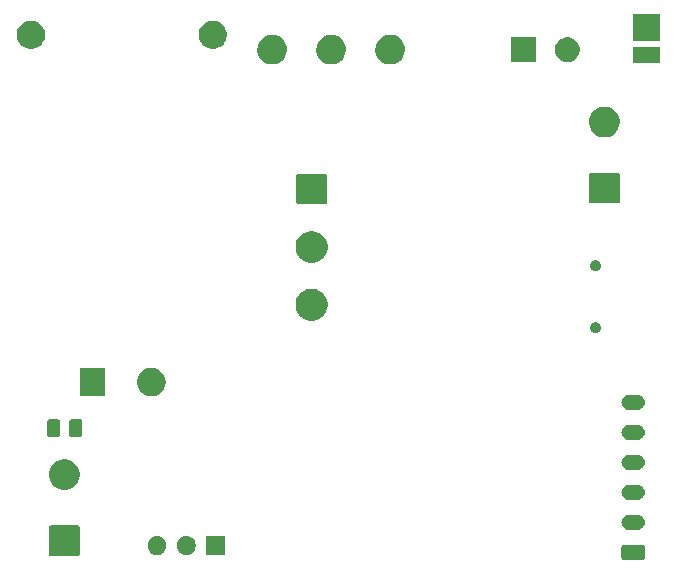
<source format=gbr>
G04 #@! TF.GenerationSoftware,KiCad,Pcbnew,(5.1.5)-3*
G04 #@! TF.CreationDate,2020-09-11T10:44:40-03:00*
G04 #@! TF.ProjectId,HomeTron(kicad),486f6d65-5472-46f6-9e28-6b6963616429,rev?*
G04 #@! TF.SameCoordinates,Original*
G04 #@! TF.FileFunction,Soldermask,Top*
G04 #@! TF.FilePolarity,Negative*
%FSLAX46Y46*%
G04 Gerber Fmt 4.6, Leading zero omitted, Abs format (unit mm)*
G04 Created by KiCad (PCBNEW (5.1.5)-3) date 2020-09-11 10:44:40*
%MOMM*%
%LPD*%
G04 APERTURE LIST*
%ADD10C,0.100000*%
G04 APERTURE END LIST*
D10*
G36*
X68121631Y-59401349D02*
G01*
X68159165Y-59412735D01*
X68193764Y-59431229D01*
X68224086Y-59456114D01*
X68248971Y-59486436D01*
X68267465Y-59521035D01*
X68278851Y-59558569D01*
X68283300Y-59603746D01*
X68283300Y-60462054D01*
X68278851Y-60507231D01*
X68267465Y-60544765D01*
X68248971Y-60579364D01*
X68224086Y-60609686D01*
X68193764Y-60634571D01*
X68159165Y-60653065D01*
X68121631Y-60664451D01*
X68076454Y-60668900D01*
X66518146Y-60668900D01*
X66472969Y-60664451D01*
X66435435Y-60653065D01*
X66400836Y-60634571D01*
X66370514Y-60609686D01*
X66345629Y-60579364D01*
X66327135Y-60544765D01*
X66315749Y-60507231D01*
X66311300Y-60462054D01*
X66311300Y-59603746D01*
X66315749Y-59558569D01*
X66327135Y-59521035D01*
X66345629Y-59486436D01*
X66370514Y-59456114D01*
X66400836Y-59431229D01*
X66435435Y-59412735D01*
X66472969Y-59401349D01*
X66518146Y-59396900D01*
X68076454Y-59396900D01*
X68121631Y-59401349D01*
G37*
G36*
X20310554Y-57772490D02*
G01*
X20342632Y-57782221D01*
X20372195Y-57798023D01*
X20398110Y-57819290D01*
X20419377Y-57845205D01*
X20435179Y-57874768D01*
X20444910Y-57906846D01*
X20448800Y-57946348D01*
X20448800Y-60192852D01*
X20444910Y-60232354D01*
X20435179Y-60264432D01*
X20419377Y-60293995D01*
X20398110Y-60319910D01*
X20372195Y-60341177D01*
X20342632Y-60356979D01*
X20310554Y-60366710D01*
X20271052Y-60370600D01*
X18024548Y-60370600D01*
X17985046Y-60366710D01*
X17952968Y-60356979D01*
X17923405Y-60341177D01*
X17897490Y-60319910D01*
X17876223Y-60293995D01*
X17860421Y-60264432D01*
X17850690Y-60232354D01*
X17846800Y-60192852D01*
X17846800Y-57946348D01*
X17850690Y-57906846D01*
X17860421Y-57874768D01*
X17876223Y-57845205D01*
X17897490Y-57819290D01*
X17923405Y-57798023D01*
X17952968Y-57782221D01*
X17985046Y-57772490D01*
X18024548Y-57768600D01*
X20271052Y-57768600D01*
X20310554Y-57772490D01*
G37*
G36*
X29712942Y-58692981D02*
G01*
X29817392Y-58736246D01*
X29858716Y-58753363D01*
X29989908Y-58841022D01*
X30101478Y-58952592D01*
X30189137Y-59083784D01*
X30189138Y-59083786D01*
X30249519Y-59229558D01*
X30280300Y-59384307D01*
X30280300Y-59542093D01*
X30249519Y-59696842D01*
X30189138Y-59842614D01*
X30189137Y-59842616D01*
X30101478Y-59973808D01*
X29989908Y-60085378D01*
X29858716Y-60173037D01*
X29858715Y-60173038D01*
X29858714Y-60173038D01*
X29712942Y-60233419D01*
X29558193Y-60264200D01*
X29400407Y-60264200D01*
X29245658Y-60233419D01*
X29099886Y-60173038D01*
X29099885Y-60173038D01*
X29099884Y-60173037D01*
X28968692Y-60085378D01*
X28857122Y-59973808D01*
X28769463Y-59842616D01*
X28769462Y-59842614D01*
X28709081Y-59696842D01*
X28678300Y-59542093D01*
X28678300Y-59384307D01*
X28709081Y-59229558D01*
X28769462Y-59083786D01*
X28769463Y-59083784D01*
X28857122Y-58952592D01*
X28968692Y-58841022D01*
X29099884Y-58753363D01*
X29141208Y-58736246D01*
X29245658Y-58692981D01*
X29400407Y-58662200D01*
X29558193Y-58662200D01*
X29712942Y-58692981D01*
G37*
G36*
X32715764Y-58664092D02*
G01*
X32728333Y-58667905D01*
X32739918Y-58674097D01*
X32750071Y-58682429D01*
X32758403Y-58692582D01*
X32764595Y-58704167D01*
X32768408Y-58716736D01*
X32770300Y-58735948D01*
X32770300Y-60190452D01*
X32768408Y-60209664D01*
X32764595Y-60222233D01*
X32758403Y-60233818D01*
X32750071Y-60243971D01*
X32739918Y-60252303D01*
X32728333Y-60258495D01*
X32715764Y-60262308D01*
X32696552Y-60264200D01*
X31242048Y-60264200D01*
X31222836Y-60262308D01*
X31210267Y-60258495D01*
X31198682Y-60252303D01*
X31188529Y-60243971D01*
X31180197Y-60233818D01*
X31174005Y-60222233D01*
X31170192Y-60209664D01*
X31168300Y-60190452D01*
X31168300Y-58735948D01*
X31170192Y-58716736D01*
X31174005Y-58704167D01*
X31180197Y-58692582D01*
X31188529Y-58682429D01*
X31198682Y-58674097D01*
X31210267Y-58667905D01*
X31222836Y-58664092D01*
X31242048Y-58662200D01*
X32696552Y-58662200D01*
X32715764Y-58664092D01*
G37*
G36*
X27222942Y-58692981D02*
G01*
X27327392Y-58736246D01*
X27368716Y-58753363D01*
X27499908Y-58841022D01*
X27611478Y-58952592D01*
X27699137Y-59083784D01*
X27699138Y-59083786D01*
X27759519Y-59229558D01*
X27790300Y-59384307D01*
X27790300Y-59542093D01*
X27759519Y-59696842D01*
X27699138Y-59842614D01*
X27699137Y-59842616D01*
X27611478Y-59973808D01*
X27499908Y-60085378D01*
X27368716Y-60173037D01*
X27368715Y-60173038D01*
X27368714Y-60173038D01*
X27222942Y-60233419D01*
X27068193Y-60264200D01*
X26910407Y-60264200D01*
X26755658Y-60233419D01*
X26609886Y-60173038D01*
X26609885Y-60173038D01*
X26609884Y-60173037D01*
X26478692Y-60085378D01*
X26367122Y-59973808D01*
X26279463Y-59842616D01*
X26279462Y-59842614D01*
X26219081Y-59696842D01*
X26188300Y-59542093D01*
X26188300Y-59384307D01*
X26219081Y-59229558D01*
X26279462Y-59083786D01*
X26279463Y-59083784D01*
X26367122Y-58952592D01*
X26478692Y-58841022D01*
X26609884Y-58753363D01*
X26651208Y-58736246D01*
X26755658Y-58692981D01*
X26910407Y-58662200D01*
X27068193Y-58662200D01*
X27222942Y-58692981D01*
G37*
G36*
X67771976Y-56866102D02*
G01*
X67891867Y-56902471D01*
X68002352Y-56961526D01*
X68099196Y-57041004D01*
X68178674Y-57137848D01*
X68237729Y-57248333D01*
X68274098Y-57368224D01*
X68286377Y-57492900D01*
X68274098Y-57617576D01*
X68237729Y-57737467D01*
X68178674Y-57847952D01*
X68099196Y-57944796D01*
X68002352Y-58024274D01*
X67891867Y-58083329D01*
X67771976Y-58119698D01*
X67678544Y-58128900D01*
X66916056Y-58128900D01*
X66822624Y-58119698D01*
X66702733Y-58083329D01*
X66592248Y-58024274D01*
X66495404Y-57944796D01*
X66415926Y-57847952D01*
X66356871Y-57737467D01*
X66320502Y-57617576D01*
X66308223Y-57492900D01*
X66320502Y-57368224D01*
X66356871Y-57248333D01*
X66415926Y-57137848D01*
X66495404Y-57041004D01*
X66592248Y-56961526D01*
X66702733Y-56902471D01*
X66822624Y-56866102D01*
X66916056Y-56856900D01*
X67678544Y-56856900D01*
X67771976Y-56866102D01*
G37*
G36*
X67771976Y-54326102D02*
G01*
X67891867Y-54362471D01*
X68002352Y-54421526D01*
X68099196Y-54501004D01*
X68178674Y-54597848D01*
X68237729Y-54708333D01*
X68274098Y-54828224D01*
X68286377Y-54952900D01*
X68274098Y-55077576D01*
X68237729Y-55197467D01*
X68178674Y-55307952D01*
X68099196Y-55404796D01*
X68002352Y-55484274D01*
X67891867Y-55543329D01*
X67771976Y-55579698D01*
X67678544Y-55588900D01*
X66916056Y-55588900D01*
X66822624Y-55579698D01*
X66702733Y-55543329D01*
X66592248Y-55484274D01*
X66495404Y-55404796D01*
X66415926Y-55307952D01*
X66356871Y-55197467D01*
X66320502Y-55077576D01*
X66308223Y-54952900D01*
X66320502Y-54828224D01*
X66356871Y-54708333D01*
X66415926Y-54597848D01*
X66495404Y-54501004D01*
X66592248Y-54421526D01*
X66702733Y-54362471D01*
X66822624Y-54326102D01*
X66916056Y-54316900D01*
X67678544Y-54316900D01*
X67771976Y-54326102D01*
G37*
G36*
X19527287Y-52218596D02*
G01*
X19695378Y-52288222D01*
X19764055Y-52316669D01*
X19908075Y-52412900D01*
X19977139Y-52459047D01*
X20158353Y-52640261D01*
X20300732Y-52853347D01*
X20398804Y-53090113D01*
X20448800Y-53341461D01*
X20448800Y-53597739D01*
X20398804Y-53849087D01*
X20300732Y-54085853D01*
X20300731Y-54085855D01*
X20158353Y-54298939D01*
X19977139Y-54480153D01*
X19764055Y-54622531D01*
X19764054Y-54622532D01*
X19764053Y-54622532D01*
X19527287Y-54720604D01*
X19275939Y-54770600D01*
X19019661Y-54770600D01*
X18768313Y-54720604D01*
X18531547Y-54622532D01*
X18531546Y-54622532D01*
X18531545Y-54622531D01*
X18318461Y-54480153D01*
X18137247Y-54298939D01*
X17994869Y-54085855D01*
X17994868Y-54085853D01*
X17896796Y-53849087D01*
X17846800Y-53597739D01*
X17846800Y-53341461D01*
X17896796Y-53090113D01*
X17994868Y-52853347D01*
X18137247Y-52640261D01*
X18318461Y-52459047D01*
X18387525Y-52412900D01*
X18531545Y-52316669D01*
X18600222Y-52288222D01*
X18768313Y-52218596D01*
X19019661Y-52168600D01*
X19275939Y-52168600D01*
X19527287Y-52218596D01*
G37*
G36*
X67771976Y-51786102D02*
G01*
X67891867Y-51822471D01*
X68002352Y-51881526D01*
X68099196Y-51961004D01*
X68178674Y-52057848D01*
X68237729Y-52168333D01*
X68274098Y-52288224D01*
X68286377Y-52412900D01*
X68274098Y-52537576D01*
X68237729Y-52657467D01*
X68178674Y-52767952D01*
X68099196Y-52864796D01*
X68002352Y-52944274D01*
X67891867Y-53003329D01*
X67771976Y-53039698D01*
X67678544Y-53048900D01*
X66916056Y-53048900D01*
X66822624Y-53039698D01*
X66702733Y-53003329D01*
X66592248Y-52944274D01*
X66495404Y-52864796D01*
X66415926Y-52767952D01*
X66356871Y-52657467D01*
X66320502Y-52537576D01*
X66308223Y-52412900D01*
X66320502Y-52288224D01*
X66356871Y-52168333D01*
X66415926Y-52057848D01*
X66495404Y-51961004D01*
X66592248Y-51881526D01*
X66702733Y-51822471D01*
X66822624Y-51786102D01*
X66916056Y-51776900D01*
X67678544Y-51776900D01*
X67771976Y-51786102D01*
G37*
G36*
X67771976Y-49246102D02*
G01*
X67891867Y-49282471D01*
X68002352Y-49341526D01*
X68099196Y-49421004D01*
X68178674Y-49517848D01*
X68237729Y-49628333D01*
X68274098Y-49748224D01*
X68286377Y-49872900D01*
X68274098Y-49997576D01*
X68237729Y-50117467D01*
X68178674Y-50227952D01*
X68099196Y-50324796D01*
X68002352Y-50404274D01*
X67891867Y-50463329D01*
X67771976Y-50499698D01*
X67678544Y-50508900D01*
X66916056Y-50508900D01*
X66822624Y-50499698D01*
X66702733Y-50463329D01*
X66592248Y-50404274D01*
X66495404Y-50324796D01*
X66415926Y-50227952D01*
X66356871Y-50117467D01*
X66320502Y-49997576D01*
X66308223Y-49872900D01*
X66320502Y-49748224D01*
X66356871Y-49628333D01*
X66415926Y-49517848D01*
X66495404Y-49421004D01*
X66592248Y-49341526D01*
X66702733Y-49282471D01*
X66822624Y-49246102D01*
X66916056Y-49236900D01*
X67678544Y-49236900D01*
X67771976Y-49246102D01*
G37*
G36*
X20486468Y-48783565D02*
G01*
X20525138Y-48795296D01*
X20560777Y-48814346D01*
X20592017Y-48839983D01*
X20617654Y-48871223D01*
X20636704Y-48906862D01*
X20648435Y-48945532D01*
X20653000Y-48991888D01*
X20653000Y-50068112D01*
X20648435Y-50114468D01*
X20636704Y-50153138D01*
X20617654Y-50188777D01*
X20592017Y-50220017D01*
X20560777Y-50245654D01*
X20525138Y-50264704D01*
X20486468Y-50276435D01*
X20440112Y-50281000D01*
X19788888Y-50281000D01*
X19742532Y-50276435D01*
X19703862Y-50264704D01*
X19668223Y-50245654D01*
X19636983Y-50220017D01*
X19611346Y-50188777D01*
X19592296Y-50153138D01*
X19580565Y-50114468D01*
X19576000Y-50068112D01*
X19576000Y-48991888D01*
X19580565Y-48945532D01*
X19592296Y-48906862D01*
X19611346Y-48871223D01*
X19636983Y-48839983D01*
X19668223Y-48814346D01*
X19703862Y-48795296D01*
X19742532Y-48783565D01*
X19788888Y-48779000D01*
X20440112Y-48779000D01*
X20486468Y-48783565D01*
G37*
G36*
X18611468Y-48783565D02*
G01*
X18650138Y-48795296D01*
X18685777Y-48814346D01*
X18717017Y-48839983D01*
X18742654Y-48871223D01*
X18761704Y-48906862D01*
X18773435Y-48945532D01*
X18778000Y-48991888D01*
X18778000Y-50068112D01*
X18773435Y-50114468D01*
X18761704Y-50153138D01*
X18742654Y-50188777D01*
X18717017Y-50220017D01*
X18685777Y-50245654D01*
X18650138Y-50264704D01*
X18611468Y-50276435D01*
X18565112Y-50281000D01*
X17913888Y-50281000D01*
X17867532Y-50276435D01*
X17828862Y-50264704D01*
X17793223Y-50245654D01*
X17761983Y-50220017D01*
X17736346Y-50188777D01*
X17717296Y-50153138D01*
X17705565Y-50114468D01*
X17701000Y-50068112D01*
X17701000Y-48991888D01*
X17705565Y-48945532D01*
X17717296Y-48906862D01*
X17736346Y-48871223D01*
X17761983Y-48839983D01*
X17793223Y-48814346D01*
X17828862Y-48795296D01*
X17867532Y-48783565D01*
X17913888Y-48779000D01*
X18565112Y-48779000D01*
X18611468Y-48783565D01*
G37*
G36*
X67771976Y-46706102D02*
G01*
X67891867Y-46742471D01*
X68002352Y-46801526D01*
X68099196Y-46881004D01*
X68178674Y-46977848D01*
X68237729Y-47088333D01*
X68274098Y-47208224D01*
X68286377Y-47332900D01*
X68274098Y-47457576D01*
X68237729Y-47577467D01*
X68178674Y-47687952D01*
X68099196Y-47784796D01*
X68002352Y-47864274D01*
X67891867Y-47923329D01*
X67771976Y-47959698D01*
X67678544Y-47968900D01*
X66916056Y-47968900D01*
X66822624Y-47959698D01*
X66702733Y-47923329D01*
X66592248Y-47864274D01*
X66495404Y-47784796D01*
X66415926Y-47687952D01*
X66356871Y-47577467D01*
X66320502Y-47457576D01*
X66308223Y-47332900D01*
X66320502Y-47208224D01*
X66356871Y-47088333D01*
X66415926Y-46977848D01*
X66495404Y-46881004D01*
X66592248Y-46801526D01*
X66702733Y-46742471D01*
X66822624Y-46706102D01*
X66916056Y-46696900D01*
X67678544Y-46696900D01*
X67771976Y-46706102D01*
G37*
G36*
X22564800Y-46819400D02*
G01*
X20462800Y-46819400D01*
X20462800Y-44417400D01*
X22564800Y-44417400D01*
X22564800Y-46819400D01*
G37*
G36*
X26864118Y-44463553D02*
G01*
X27082685Y-44554087D01*
X27082687Y-44554088D01*
X27279393Y-44685522D01*
X27446678Y-44852807D01*
X27578112Y-45049513D01*
X27578113Y-45049515D01*
X27668647Y-45268082D01*
X27714800Y-45500110D01*
X27714800Y-45736690D01*
X27668647Y-45968718D01*
X27578113Y-46187285D01*
X27578112Y-46187287D01*
X27446678Y-46383993D01*
X27279393Y-46551278D01*
X27082687Y-46682712D01*
X27082686Y-46682713D01*
X27082685Y-46682713D01*
X26864118Y-46773247D01*
X26632090Y-46819400D01*
X26395510Y-46819400D01*
X26163482Y-46773247D01*
X25944915Y-46682713D01*
X25944914Y-46682713D01*
X25944913Y-46682712D01*
X25748207Y-46551278D01*
X25580922Y-46383993D01*
X25449488Y-46187287D01*
X25449487Y-46187285D01*
X25358953Y-45968718D01*
X25312800Y-45736690D01*
X25312800Y-45500110D01*
X25358953Y-45268082D01*
X25449487Y-45049515D01*
X25449488Y-45049513D01*
X25580922Y-44852807D01*
X25748207Y-44685522D01*
X25944913Y-44554088D01*
X25944915Y-44554087D01*
X26163482Y-44463553D01*
X26395510Y-44417400D01*
X26632090Y-44417400D01*
X26864118Y-44463553D01*
G37*
G36*
X64241152Y-40567011D02*
G01*
X64323227Y-40601008D01*
X64323229Y-40601009D01*
X64360413Y-40625855D01*
X64397095Y-40650365D01*
X64459915Y-40713185D01*
X64509272Y-40787053D01*
X64543269Y-40869128D01*
X64560600Y-40956259D01*
X64560600Y-41045101D01*
X64543269Y-41132232D01*
X64509272Y-41214307D01*
X64509271Y-41214309D01*
X64459914Y-41288176D01*
X64397096Y-41350994D01*
X64323229Y-41400351D01*
X64323228Y-41400352D01*
X64323227Y-41400352D01*
X64241152Y-41434349D01*
X64154021Y-41451680D01*
X64065179Y-41451680D01*
X63978048Y-41434349D01*
X63895973Y-41400352D01*
X63895972Y-41400352D01*
X63895971Y-41400351D01*
X63822104Y-41350994D01*
X63759286Y-41288176D01*
X63709929Y-41214309D01*
X63709928Y-41214307D01*
X63675931Y-41132232D01*
X63658600Y-41045101D01*
X63658600Y-40956259D01*
X63675931Y-40869128D01*
X63709928Y-40787053D01*
X63759285Y-40713185D01*
X63822105Y-40650365D01*
X63858787Y-40625855D01*
X63895971Y-40601009D01*
X63895973Y-40601008D01*
X63978048Y-40567011D01*
X64065179Y-40549680D01*
X64154021Y-40549680D01*
X64241152Y-40567011D01*
G37*
G36*
X40471272Y-37783618D02*
G01*
X40717139Y-37885459D01*
X40938412Y-38033310D01*
X41126590Y-38221488D01*
X41274441Y-38442761D01*
X41376282Y-38688628D01*
X41428200Y-38949638D01*
X41428200Y-39215762D01*
X41376282Y-39476772D01*
X41274441Y-39722639D01*
X41126590Y-39943912D01*
X40938412Y-40132090D01*
X40717139Y-40279941D01*
X40717138Y-40279942D01*
X40717137Y-40279942D01*
X40471272Y-40381782D01*
X40210263Y-40433700D01*
X39944137Y-40433700D01*
X39683128Y-40381782D01*
X39437263Y-40279942D01*
X39437262Y-40279942D01*
X39437261Y-40279941D01*
X39215988Y-40132090D01*
X39027810Y-39943912D01*
X38879959Y-39722639D01*
X38778118Y-39476772D01*
X38726200Y-39215762D01*
X38726200Y-38949638D01*
X38778118Y-38688628D01*
X38879959Y-38442761D01*
X39027810Y-38221488D01*
X39215988Y-38033310D01*
X39437261Y-37885459D01*
X39683128Y-37783618D01*
X39944137Y-37731700D01*
X40210263Y-37731700D01*
X40471272Y-37783618D01*
G37*
G36*
X64241152Y-35329531D02*
G01*
X64323227Y-35363528D01*
X64323229Y-35363529D01*
X64347791Y-35379941D01*
X64397095Y-35412885D01*
X64459915Y-35475705D01*
X64509272Y-35549573D01*
X64543269Y-35631648D01*
X64560600Y-35718779D01*
X64560600Y-35807621D01*
X64543269Y-35894752D01*
X64509272Y-35976827D01*
X64509271Y-35976829D01*
X64459914Y-36050696D01*
X64397096Y-36113514D01*
X64323229Y-36162871D01*
X64323228Y-36162872D01*
X64323227Y-36162872D01*
X64241152Y-36196869D01*
X64154021Y-36214200D01*
X64065179Y-36214200D01*
X63978048Y-36196869D01*
X63895973Y-36162872D01*
X63895972Y-36162872D01*
X63895971Y-36162871D01*
X63822104Y-36113514D01*
X63759286Y-36050696D01*
X63709929Y-35976829D01*
X63709928Y-35976827D01*
X63675931Y-35894752D01*
X63658600Y-35807621D01*
X63658600Y-35718779D01*
X63675931Y-35631648D01*
X63709928Y-35549573D01*
X63759285Y-35475705D01*
X63822105Y-35412885D01*
X63871409Y-35379941D01*
X63895971Y-35363529D01*
X63895973Y-35363528D01*
X63978048Y-35329531D01*
X64065179Y-35312200D01*
X64154021Y-35312200D01*
X64241152Y-35329531D01*
G37*
G36*
X40471272Y-32883618D02*
G01*
X40717139Y-32985459D01*
X40938412Y-33133310D01*
X41126590Y-33321488D01*
X41274441Y-33542761D01*
X41376282Y-33788628D01*
X41428200Y-34049638D01*
X41428200Y-34315762D01*
X41376282Y-34576772D01*
X41274441Y-34822639D01*
X41126590Y-35043912D01*
X40938412Y-35232090D01*
X40717139Y-35379941D01*
X40717138Y-35379942D01*
X40717137Y-35379942D01*
X40471272Y-35481782D01*
X40210263Y-35533700D01*
X39944137Y-35533700D01*
X39683128Y-35481782D01*
X39437263Y-35379942D01*
X39437262Y-35379942D01*
X39437261Y-35379941D01*
X39215988Y-35232090D01*
X39027810Y-35043912D01*
X38879959Y-34822639D01*
X38778118Y-34576772D01*
X38726200Y-34315762D01*
X38726200Y-34049638D01*
X38778118Y-33788628D01*
X38879959Y-33542761D01*
X39027810Y-33321488D01*
X39215988Y-33133310D01*
X39437261Y-32985459D01*
X39683128Y-32883618D01*
X39944137Y-32831700D01*
X40210263Y-32831700D01*
X40471272Y-32883618D01*
G37*
G36*
X41239954Y-27985590D02*
G01*
X41272032Y-27995321D01*
X41301595Y-28011123D01*
X41327510Y-28032390D01*
X41348777Y-28058305D01*
X41364579Y-28087868D01*
X41374310Y-28119946D01*
X41378200Y-28159448D01*
X41378200Y-30405952D01*
X41374310Y-30445454D01*
X41364579Y-30477532D01*
X41348777Y-30507095D01*
X41327510Y-30533010D01*
X41301595Y-30554277D01*
X41272032Y-30570079D01*
X41239954Y-30579810D01*
X41200452Y-30583700D01*
X38953948Y-30583700D01*
X38914446Y-30579810D01*
X38882368Y-30570079D01*
X38852805Y-30554277D01*
X38826890Y-30533010D01*
X38805623Y-30507095D01*
X38789821Y-30477532D01*
X38780090Y-30445454D01*
X38776200Y-30405952D01*
X38776200Y-28159448D01*
X38780090Y-28119946D01*
X38789821Y-28087868D01*
X38805623Y-28058305D01*
X38826890Y-28032390D01*
X38852805Y-28011123D01*
X38882368Y-27995321D01*
X38914446Y-27985590D01*
X38953948Y-27981700D01*
X41200452Y-27981700D01*
X41239954Y-27985590D01*
G37*
G36*
X66025474Y-27902090D02*
G01*
X66057552Y-27911821D01*
X66087115Y-27927623D01*
X66113030Y-27948890D01*
X66134297Y-27974805D01*
X66150099Y-28004368D01*
X66159830Y-28036446D01*
X66163720Y-28075948D01*
X66163720Y-30322452D01*
X66159830Y-30361954D01*
X66150099Y-30394032D01*
X66134297Y-30423595D01*
X66113030Y-30449510D01*
X66087115Y-30470777D01*
X66057552Y-30486579D01*
X66025474Y-30496310D01*
X65985972Y-30500200D01*
X63739468Y-30500200D01*
X63699966Y-30496310D01*
X63667888Y-30486579D01*
X63638325Y-30470777D01*
X63612410Y-30449510D01*
X63591143Y-30423595D01*
X63575341Y-30394032D01*
X63565610Y-30361954D01*
X63561720Y-30322452D01*
X63561720Y-28075948D01*
X63565610Y-28036446D01*
X63575341Y-28004368D01*
X63591143Y-27974805D01*
X63612410Y-27948890D01*
X63638325Y-27927623D01*
X63667888Y-27911821D01*
X63699966Y-27902090D01*
X63739468Y-27898200D01*
X65985972Y-27898200D01*
X66025474Y-27902090D01*
G37*
G36*
X65242207Y-22348196D02*
G01*
X65478973Y-22446268D01*
X65478975Y-22446269D01*
X65692059Y-22588647D01*
X65873273Y-22769861D01*
X66015652Y-22982947D01*
X66113724Y-23219713D01*
X66163720Y-23471061D01*
X66163720Y-23727339D01*
X66113724Y-23978687D01*
X66015652Y-24215453D01*
X66015651Y-24215455D01*
X65873273Y-24428539D01*
X65692059Y-24609753D01*
X65478975Y-24752131D01*
X65478974Y-24752132D01*
X65478973Y-24752132D01*
X65242207Y-24850204D01*
X64990859Y-24900200D01*
X64734581Y-24900200D01*
X64483233Y-24850204D01*
X64246467Y-24752132D01*
X64246466Y-24752132D01*
X64246465Y-24752131D01*
X64033381Y-24609753D01*
X63852167Y-24428539D01*
X63709789Y-24215455D01*
X63709788Y-24215453D01*
X63611716Y-23978687D01*
X63561720Y-23727339D01*
X63561720Y-23471061D01*
X63611716Y-23219713D01*
X63709788Y-22982947D01*
X63852167Y-22769861D01*
X64033381Y-22588647D01*
X64246465Y-22446269D01*
X64246467Y-22446268D01*
X64483233Y-22348196D01*
X64734581Y-22298200D01*
X64990859Y-22298200D01*
X65242207Y-22348196D01*
G37*
G36*
X37103103Y-16272275D02*
G01*
X37330771Y-16366578D01*
X37535666Y-16503485D01*
X37709915Y-16677734D01*
X37709916Y-16677736D01*
X37846823Y-16882631D01*
X37941125Y-17110297D01*
X37975421Y-17282712D01*
X37989200Y-17351987D01*
X37989200Y-17598413D01*
X37941125Y-17840103D01*
X37846822Y-18067771D01*
X37709915Y-18272666D01*
X37535666Y-18446915D01*
X37330771Y-18583822D01*
X37330770Y-18583823D01*
X37330769Y-18583823D01*
X37103103Y-18678125D01*
X36861414Y-18726200D01*
X36614986Y-18726200D01*
X36373297Y-18678125D01*
X36145631Y-18583823D01*
X36145630Y-18583823D01*
X36145629Y-18583822D01*
X35940734Y-18446915D01*
X35766485Y-18272666D01*
X35629578Y-18067771D01*
X35535275Y-17840103D01*
X35487200Y-17598413D01*
X35487200Y-17351987D01*
X35500980Y-17282712D01*
X35535275Y-17110297D01*
X35629577Y-16882631D01*
X35766484Y-16677736D01*
X35766485Y-16677734D01*
X35940734Y-16503485D01*
X36145629Y-16366578D01*
X36373297Y-16272275D01*
X36614986Y-16224200D01*
X36861414Y-16224200D01*
X37103103Y-16272275D01*
G37*
G36*
X42103103Y-16272275D02*
G01*
X42330771Y-16366578D01*
X42535666Y-16503485D01*
X42709915Y-16677734D01*
X42709916Y-16677736D01*
X42846823Y-16882631D01*
X42941125Y-17110297D01*
X42975421Y-17282712D01*
X42989200Y-17351987D01*
X42989200Y-17598413D01*
X42941125Y-17840103D01*
X42846822Y-18067771D01*
X42709915Y-18272666D01*
X42535666Y-18446915D01*
X42330771Y-18583822D01*
X42330770Y-18583823D01*
X42330769Y-18583823D01*
X42103103Y-18678125D01*
X41861414Y-18726200D01*
X41614986Y-18726200D01*
X41373297Y-18678125D01*
X41145631Y-18583823D01*
X41145630Y-18583823D01*
X41145629Y-18583822D01*
X40940734Y-18446915D01*
X40766485Y-18272666D01*
X40629578Y-18067771D01*
X40535275Y-17840103D01*
X40487200Y-17598413D01*
X40487200Y-17351987D01*
X40500980Y-17282712D01*
X40535275Y-17110297D01*
X40629577Y-16882631D01*
X40766484Y-16677736D01*
X40766485Y-16677734D01*
X40940734Y-16503485D01*
X41145629Y-16366578D01*
X41373297Y-16272275D01*
X41614986Y-16224200D01*
X41861414Y-16224200D01*
X42103103Y-16272275D01*
G37*
G36*
X47103103Y-16272275D02*
G01*
X47330771Y-16366578D01*
X47535666Y-16503485D01*
X47709915Y-16677734D01*
X47709916Y-16677736D01*
X47846823Y-16882631D01*
X47941125Y-17110297D01*
X47975421Y-17282712D01*
X47989200Y-17351987D01*
X47989200Y-17598413D01*
X47941125Y-17840103D01*
X47846822Y-18067771D01*
X47709915Y-18272666D01*
X47535666Y-18446915D01*
X47330771Y-18583822D01*
X47330770Y-18583823D01*
X47330769Y-18583823D01*
X47103103Y-18678125D01*
X46861414Y-18726200D01*
X46614986Y-18726200D01*
X46373297Y-18678125D01*
X46145631Y-18583823D01*
X46145630Y-18583823D01*
X46145629Y-18583822D01*
X45940734Y-18446915D01*
X45766485Y-18272666D01*
X45629578Y-18067771D01*
X45535275Y-17840103D01*
X45487200Y-17598413D01*
X45487200Y-17351987D01*
X45500980Y-17282712D01*
X45535275Y-17110297D01*
X45629577Y-16882631D01*
X45766484Y-16677736D01*
X45766485Y-16677734D01*
X45940734Y-16503485D01*
X46145629Y-16366578D01*
X46373297Y-16272275D01*
X46614986Y-16224200D01*
X46861414Y-16224200D01*
X47103103Y-16272275D01*
G37*
G36*
X69553200Y-18581320D02*
G01*
X67251200Y-18581320D01*
X67251200Y-17229320D01*
X69553200Y-17229320D01*
X69553200Y-18581320D01*
G37*
G36*
X59039200Y-18526200D02*
G01*
X56937200Y-18526200D01*
X56937200Y-16424200D01*
X59039200Y-16424200D01*
X59039200Y-18526200D01*
G37*
G36*
X62044764Y-16464589D02*
G01*
X62236033Y-16543815D01*
X62236035Y-16543816D01*
X62273303Y-16568718D01*
X62408173Y-16658835D01*
X62554565Y-16805227D01*
X62669585Y-16977367D01*
X62748811Y-17168636D01*
X62789200Y-17371684D01*
X62789200Y-17578716D01*
X62748811Y-17781764D01*
X62724646Y-17840103D01*
X62669584Y-17973035D01*
X62554565Y-18145173D01*
X62408173Y-18291565D01*
X62236035Y-18406584D01*
X62236034Y-18406585D01*
X62236033Y-18406585D01*
X62044764Y-18485811D01*
X61841716Y-18526200D01*
X61634684Y-18526200D01*
X61431636Y-18485811D01*
X61240367Y-18406585D01*
X61240366Y-18406585D01*
X61240365Y-18406584D01*
X61068227Y-18291565D01*
X60921835Y-18145173D01*
X60806816Y-17973035D01*
X60751754Y-17840103D01*
X60727589Y-17781764D01*
X60687200Y-17578716D01*
X60687200Y-17371684D01*
X60727589Y-17168636D01*
X60806815Y-16977367D01*
X60921835Y-16805227D01*
X61068227Y-16658835D01*
X61203097Y-16568718D01*
X61240365Y-16543816D01*
X61240367Y-16543815D01*
X61431636Y-16464589D01*
X61634684Y-16424200D01*
X61841716Y-16424200D01*
X62044764Y-16464589D01*
G37*
G36*
X16664118Y-15063553D02*
G01*
X16882685Y-15154087D01*
X16882687Y-15154088D01*
X17079393Y-15285522D01*
X17246678Y-15452807D01*
X17378112Y-15649513D01*
X17378113Y-15649515D01*
X17468647Y-15868082D01*
X17514800Y-16100110D01*
X17514800Y-16336690D01*
X17468647Y-16568718D01*
X17423490Y-16677736D01*
X17378112Y-16787287D01*
X17246678Y-16983993D01*
X17079393Y-17151278D01*
X16882687Y-17282712D01*
X16882686Y-17282713D01*
X16882685Y-17282713D01*
X16664118Y-17373247D01*
X16432090Y-17419400D01*
X16195510Y-17419400D01*
X15963482Y-17373247D01*
X15744915Y-17282713D01*
X15744914Y-17282713D01*
X15744913Y-17282712D01*
X15548207Y-17151278D01*
X15380922Y-16983993D01*
X15249488Y-16787287D01*
X15204110Y-16677736D01*
X15158953Y-16568718D01*
X15112800Y-16336690D01*
X15112800Y-16100110D01*
X15158953Y-15868082D01*
X15249487Y-15649515D01*
X15249488Y-15649513D01*
X15380922Y-15452807D01*
X15548207Y-15285522D01*
X15744913Y-15154088D01*
X15744915Y-15154087D01*
X15963482Y-15063553D01*
X16195510Y-15017400D01*
X16432090Y-15017400D01*
X16664118Y-15063553D01*
G37*
G36*
X32064118Y-15063553D02*
G01*
X32282685Y-15154087D01*
X32282687Y-15154088D01*
X32479393Y-15285522D01*
X32646678Y-15452807D01*
X32778112Y-15649513D01*
X32778113Y-15649515D01*
X32868647Y-15868082D01*
X32914800Y-16100110D01*
X32914800Y-16336690D01*
X32868647Y-16568718D01*
X32823490Y-16677736D01*
X32778112Y-16787287D01*
X32646678Y-16983993D01*
X32479393Y-17151278D01*
X32282687Y-17282712D01*
X32282686Y-17282713D01*
X32282685Y-17282713D01*
X32064118Y-17373247D01*
X31832090Y-17419400D01*
X31595510Y-17419400D01*
X31363482Y-17373247D01*
X31144915Y-17282713D01*
X31144914Y-17282713D01*
X31144913Y-17282712D01*
X30948207Y-17151278D01*
X30780922Y-16983993D01*
X30649488Y-16787287D01*
X30604110Y-16677736D01*
X30558953Y-16568718D01*
X30512800Y-16336690D01*
X30512800Y-16100110D01*
X30558953Y-15868082D01*
X30649487Y-15649515D01*
X30649488Y-15649513D01*
X30780922Y-15452807D01*
X30948207Y-15285522D01*
X31144913Y-15154088D01*
X31144915Y-15154087D01*
X31363482Y-15063553D01*
X31595510Y-15017400D01*
X31832090Y-15017400D01*
X32064118Y-15063553D01*
G37*
G36*
X69553200Y-16781320D02*
G01*
X67251200Y-16781320D01*
X67251200Y-14479320D01*
X69553200Y-14479320D01*
X69553200Y-16781320D01*
G37*
M02*

</source>
